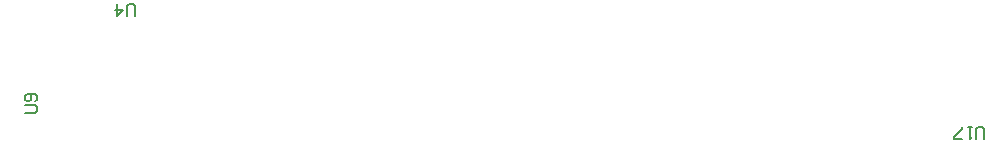
<source format=gm1>
G04*
G04 #@! TF.GenerationSoftware,Altium Limited,Altium Designer,21.9.1 (22)*
G04*
G04 Layer_Color=16711935*
%FSLAX25Y25*%
%MOIN*%
G70*
G04*
G04 #@! TF.SameCoordinates,8F0FC1BE-C161-4982-B8DB-F3E27E61BA57*
G04*
G04*
G04 #@! TF.FilePolarity,Positive*
G04*
G01*
G75*
%ADD151C,0.00600*%
D151*
X437115Y-197196D02*
Y-193863D01*
X436448Y-193197D01*
X435116D01*
X434449Y-193863D01*
Y-197196D01*
X433116Y-193197D02*
X431783D01*
X432450D01*
Y-197196D01*
X433116Y-196529D01*
X429784Y-197196D02*
X427118D01*
Y-196529D01*
X429784Y-193863D01*
Y-193197D01*
X117501Y-188800D02*
X120834D01*
X121500Y-188134D01*
Y-186801D01*
X120834Y-186134D01*
X117501D01*
X120834Y-184801D02*
X121500Y-184135D01*
Y-182802D01*
X120834Y-182135D01*
X118168D01*
X117501Y-182802D01*
Y-184135D01*
X118168Y-184801D01*
X118834D01*
X119501Y-184135D01*
Y-182135D01*
X154300Y-156349D02*
Y-153017D01*
X153633Y-152350D01*
X152301D01*
X151634Y-153017D01*
Y-156349D01*
X148302Y-152350D02*
Y-156349D01*
X150301Y-154350D01*
X147635D01*
M02*

</source>
